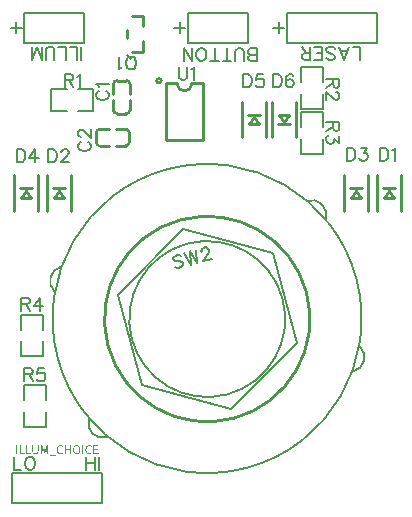
<source format=gto>
G04 Layer: TopSilkscreenLayer*
G04 EasyEDA v6.5.15, 2023-01-26 07:11:18*
G04 bc408e8c05344163a153380a18e2a67f,cd9332c1ef044f0797b2d1e08cb7fb93,10*
G04 Gerber Generator version 0.2*
G04 Scale: 100 percent, Rotated: No, Reflected: No *
G04 Dimensions in millimeters *
G04 leading zeros omitted , absolute positions ,4 integer and 5 decimal *
%FSLAX45Y45*%
%MOMM*%

%ADD10C,0.1520*%
%ADD11C,0.1524*%
%ADD12C,0.2540*%
%ADD13C,0.2030*%
%ADD14C,0.2032*%
%ADD15C,0.1519*%
%ADD16C,0.2499*%
%ADD17C,0.0190*%

%LPD*%
G36*
X663956Y-3861308D02*
G01*
X657148Y-3861968D01*
X650951Y-3864000D01*
X645414Y-3867251D01*
X640638Y-3871671D01*
X636778Y-3877208D01*
X633882Y-3883812D01*
X632053Y-3891381D01*
X631444Y-3899915D01*
X632053Y-3908399D01*
X633882Y-3915968D01*
X636727Y-3922522D01*
X640588Y-3928059D01*
X645261Y-3932428D01*
X650748Y-3935628D01*
X656844Y-3937609D01*
X663448Y-3938270D01*
X670255Y-3937558D01*
X676198Y-3935526D01*
X681431Y-3932174D01*
X686054Y-3927601D01*
X681482Y-3922268D01*
X677722Y-3925976D01*
X673557Y-3928668D01*
X669036Y-3930345D01*
X663956Y-3930904D01*
X658723Y-3930345D01*
X653999Y-3928719D01*
X649935Y-3926027D01*
X646480Y-3922420D01*
X643737Y-3917899D01*
X641756Y-3912565D01*
X640486Y-3906469D01*
X640080Y-3899662D01*
X640537Y-3892854D01*
X641807Y-3886758D01*
X643890Y-3881475D01*
X646734Y-3877005D01*
X650189Y-3873449D01*
X654354Y-3870858D01*
X659028Y-3869232D01*
X664210Y-3868674D01*
X668731Y-3869182D01*
X672795Y-3870604D01*
X676452Y-3872839D01*
X679704Y-3875786D01*
X684276Y-3870451D01*
X680567Y-3866997D01*
X675944Y-3864051D01*
X670356Y-3862070D01*
G37*
G36*
X800608Y-3861308D02*
G01*
X794004Y-3861968D01*
X787958Y-3863949D01*
X782624Y-3867150D01*
X778002Y-3871518D01*
X774242Y-3876954D01*
X771448Y-3883507D01*
X769721Y-3890975D01*
X769112Y-3899408D01*
X777748Y-3899408D01*
X778154Y-3892702D01*
X779373Y-3886657D01*
X781354Y-3881424D01*
X784047Y-3877005D01*
X787349Y-3873449D01*
X791260Y-3870807D01*
X795680Y-3869232D01*
X800608Y-3868674D01*
X805535Y-3869232D01*
X809955Y-3870807D01*
X813866Y-3873449D01*
X817168Y-3877005D01*
X819861Y-3881424D01*
X821842Y-3886657D01*
X823061Y-3892702D01*
X823468Y-3899408D01*
X823061Y-3906316D01*
X821842Y-3912463D01*
X819861Y-3917848D01*
X817168Y-3922420D01*
X813866Y-3926027D01*
X809955Y-3928719D01*
X805535Y-3930345D01*
X800608Y-3930904D01*
X795680Y-3930345D01*
X791260Y-3928719D01*
X787349Y-3926027D01*
X784047Y-3922420D01*
X781354Y-3917848D01*
X779373Y-3912463D01*
X778154Y-3906316D01*
X777748Y-3899408D01*
X769112Y-3899408D01*
X769721Y-3907942D01*
X771448Y-3915562D01*
X774242Y-3922217D01*
X778002Y-3927805D01*
X782624Y-3932275D01*
X787958Y-3935577D01*
X794004Y-3937558D01*
X800608Y-3938270D01*
X807262Y-3937558D01*
X813358Y-3935577D01*
X818743Y-3932275D01*
X823315Y-3927805D01*
X827024Y-3922217D01*
X829767Y-3915562D01*
X831494Y-3907942D01*
X832103Y-3899408D01*
X831494Y-3890975D01*
X829767Y-3883507D01*
X827024Y-3876954D01*
X823315Y-3871518D01*
X818743Y-3867150D01*
X813358Y-3863949D01*
X807262Y-3861968D01*
G37*
G36*
X905764Y-3861308D02*
G01*
X898956Y-3861968D01*
X892759Y-3864000D01*
X887221Y-3867251D01*
X882446Y-3871671D01*
X878586Y-3877208D01*
X875690Y-3883812D01*
X873861Y-3891381D01*
X873252Y-3899915D01*
X873861Y-3908399D01*
X875690Y-3915968D01*
X878535Y-3922522D01*
X882396Y-3928059D01*
X887069Y-3932428D01*
X892556Y-3935628D01*
X898652Y-3937609D01*
X905256Y-3938270D01*
X912063Y-3937558D01*
X918006Y-3935526D01*
X923239Y-3932174D01*
X927862Y-3927601D01*
X923290Y-3922268D01*
X919530Y-3925976D01*
X915365Y-3928668D01*
X910844Y-3930345D01*
X905764Y-3930904D01*
X900531Y-3930345D01*
X895807Y-3928719D01*
X891743Y-3926027D01*
X888288Y-3922420D01*
X885545Y-3917899D01*
X883564Y-3912565D01*
X882294Y-3906469D01*
X881887Y-3899662D01*
X882345Y-3892854D01*
X883615Y-3886758D01*
X885698Y-3881475D01*
X888542Y-3877005D01*
X891997Y-3873449D01*
X896162Y-3870858D01*
X900836Y-3869232D01*
X906018Y-3868674D01*
X910539Y-3869182D01*
X914603Y-3870604D01*
X918260Y-3872839D01*
X921512Y-3875786D01*
X926084Y-3870451D01*
X922375Y-3866997D01*
X917752Y-3864051D01*
X912164Y-3862070D01*
G37*
G36*
X289814Y-3862578D02*
G01*
X289814Y-3937000D01*
X298196Y-3937000D01*
X298196Y-3862578D01*
G37*
G36*
X319024Y-3862578D02*
G01*
X319024Y-3937000D01*
X360172Y-3937000D01*
X360172Y-3929887D01*
X327406Y-3929887D01*
X327406Y-3862578D01*
G37*
G36*
X373380Y-3862578D02*
G01*
X373380Y-3937000D01*
X414782Y-3937000D01*
X414782Y-3929887D01*
X381762Y-3929887D01*
X381762Y-3862578D01*
G37*
G36*
X424434Y-3862578D02*
G01*
X424434Y-3906774D01*
X424942Y-3914901D01*
X426466Y-3921658D01*
X428904Y-3927144D01*
X432104Y-3931361D01*
X436016Y-3934510D01*
X440486Y-3936695D01*
X445465Y-3937863D01*
X450850Y-3938270D01*
X456133Y-3937863D01*
X461060Y-3936695D01*
X465480Y-3934510D01*
X469341Y-3931361D01*
X472541Y-3927144D01*
X474980Y-3921658D01*
X476504Y-3914901D01*
X477012Y-3906774D01*
X477012Y-3862578D01*
X469138Y-3862578D01*
X469138Y-3907028D01*
X468782Y-3913327D01*
X467664Y-3918458D01*
X465988Y-3922623D01*
X463702Y-3925824D01*
X461009Y-3928160D01*
X457911Y-3929735D01*
X454456Y-3930650D01*
X450850Y-3930904D01*
X443839Y-3929735D01*
X438099Y-3925824D01*
X434238Y-3918458D01*
X432816Y-3907028D01*
X432816Y-3862578D01*
G37*
G36*
X497585Y-3862578D02*
G01*
X497585Y-3937000D01*
X505206Y-3937000D01*
X505104Y-3888943D01*
X504190Y-3872484D01*
X504443Y-3872484D01*
X525018Y-3929379D01*
X530860Y-3929379D01*
X545338Y-3889248D01*
X551180Y-3872484D01*
X551688Y-3872484D01*
X550976Y-3883355D01*
X550672Y-3894074D01*
X550672Y-3937000D01*
X558546Y-3937000D01*
X558546Y-3862578D01*
X548132Y-3862578D01*
X532333Y-3907231D01*
X528320Y-3919220D01*
X527812Y-3919220D01*
X523798Y-3907231D01*
X508000Y-3862578D01*
G37*
G36*
X700278Y-3862578D02*
G01*
X700278Y-3937000D01*
X708660Y-3937000D01*
X708660Y-3901440D01*
X744474Y-3901440D01*
X744474Y-3937000D01*
X752856Y-3937000D01*
X752856Y-3862578D01*
X744474Y-3862578D01*
X744474Y-3894074D01*
X708660Y-3894074D01*
X708660Y-3862578D01*
G37*
G36*
X848360Y-3862578D02*
G01*
X848360Y-3937000D01*
X856996Y-3937000D01*
X856996Y-3862578D01*
G37*
G36*
X942086Y-3862578D02*
G01*
X942086Y-3937000D01*
X985519Y-3937000D01*
X985519Y-3929887D01*
X950468Y-3929887D01*
X950468Y-3901440D01*
X978916Y-3901440D01*
X978916Y-3894328D01*
X950468Y-3894328D01*
X950468Y-3869690D01*
X984503Y-3869690D01*
X984503Y-3862578D01*
G37*
G36*
X570230Y-3945128D02*
G01*
X570230Y-3950970D01*
X624078Y-3950970D01*
X624078Y-3945128D01*
G37*
D10*
X266700Y-3961384D02*
G01*
X266700Y-4070350D01*
X266700Y-4070350D02*
G01*
X328929Y-4070350D01*
X394462Y-3961384D02*
G01*
X384047Y-3966463D01*
X373634Y-3976878D01*
X368554Y-3987292D01*
X363220Y-4003039D01*
X363220Y-4028947D01*
X368554Y-4044442D01*
X373634Y-4054855D01*
X384047Y-4065270D01*
X394462Y-4070350D01*
X415289Y-4070350D01*
X425704Y-4065270D01*
X436118Y-4054855D01*
X441197Y-4044442D01*
X446531Y-4028947D01*
X446531Y-4003039D01*
X441197Y-3987292D01*
X436118Y-3976878D01*
X425704Y-3966463D01*
X415289Y-3961384D01*
X394462Y-3961384D01*
X880871Y-3961384D02*
G01*
X880871Y-4070350D01*
X953515Y-3961384D02*
G01*
X953515Y-4070350D01*
X880871Y-4013200D02*
G01*
X953515Y-4013200D01*
X987805Y-3961384D02*
G01*
X987805Y-4070350D01*
X288036Y-281178D02*
G01*
X288036Y-374650D01*
X241300Y-327913D02*
G01*
X334771Y-327913D01*
X1672336Y-281178D02*
G01*
X1672336Y-374650D01*
X1625600Y-327913D02*
G01*
X1719071Y-327913D01*
X2510536Y-281178D02*
G01*
X2510536Y-374650D01*
X2463800Y-327913D02*
G01*
X2557272Y-327913D01*
D11*
X292100Y-1357884D02*
G01*
X292100Y-1466850D01*
X292100Y-1357884D02*
G01*
X328421Y-1357884D01*
X344170Y-1362963D01*
X354329Y-1373378D01*
X359663Y-1383792D01*
X364744Y-1399539D01*
X364744Y-1425447D01*
X359663Y-1440942D01*
X354329Y-1451355D01*
X344170Y-1461770D01*
X328421Y-1466850D01*
X292100Y-1466850D01*
X451104Y-1357884D02*
G01*
X399034Y-1430528D01*
X477012Y-1430528D01*
X451104Y-1357884D02*
G01*
X451104Y-1466850D01*
X2209800Y-722884D02*
G01*
X2209800Y-831850D01*
X2209800Y-722884D02*
G01*
X2246122Y-722884D01*
X2261870Y-727963D01*
X2272029Y-738378D01*
X2277363Y-748792D01*
X2282443Y-764539D01*
X2282443Y-790447D01*
X2277363Y-805942D01*
X2272029Y-816355D01*
X2261870Y-826770D01*
X2246122Y-831850D01*
X2209800Y-831850D01*
X2379218Y-722884D02*
G01*
X2327147Y-722884D01*
X2322068Y-769620D01*
X2327147Y-764539D01*
X2342895Y-759205D01*
X2358390Y-759205D01*
X2373884Y-764539D01*
X2384297Y-774700D01*
X2389631Y-790447D01*
X2389631Y-800862D01*
X2384297Y-816355D01*
X2373884Y-826770D01*
X2358390Y-831850D01*
X2342895Y-831850D01*
X2327147Y-826770D01*
X2322068Y-821689D01*
X2316734Y-811276D01*
X2463800Y-722884D02*
G01*
X2463800Y-831850D01*
X2463800Y-722884D02*
G01*
X2500122Y-722884D01*
X2515870Y-727963D01*
X2526029Y-738378D01*
X2531363Y-748792D01*
X2536443Y-764539D01*
X2536443Y-790447D01*
X2531363Y-805942D01*
X2526029Y-816355D01*
X2515870Y-826770D01*
X2500122Y-831850D01*
X2463800Y-831850D01*
X2633218Y-738378D02*
G01*
X2627884Y-727963D01*
X2612390Y-722884D01*
X2601975Y-722884D01*
X2586481Y-727963D01*
X2576068Y-743712D01*
X2570734Y-769620D01*
X2570734Y-795528D01*
X2576068Y-816355D01*
X2586481Y-826770D01*
X2601975Y-831850D01*
X2607309Y-831850D01*
X2622804Y-826770D01*
X2633218Y-816355D01*
X2638297Y-800862D01*
X2638297Y-795528D01*
X2633218Y-780034D01*
X2622804Y-769620D01*
X2607309Y-764539D01*
X2601975Y-764539D01*
X2586481Y-769620D01*
X2576068Y-780034D01*
X2570734Y-795528D01*
X3023615Y-761908D02*
G01*
X2914650Y-761908D01*
X3023615Y-761908D02*
G01*
X3023615Y-808644D01*
X3018536Y-824392D01*
X3013202Y-829472D01*
X3002788Y-834806D01*
X2992374Y-834806D01*
X2981959Y-829472D01*
X2976879Y-824392D01*
X2971800Y-808644D01*
X2971800Y-761908D01*
X2971800Y-798484D02*
G01*
X2914650Y-834806D01*
X2997708Y-874176D02*
G01*
X3002788Y-874176D01*
X3013202Y-879510D01*
X3018536Y-884590D01*
X3023615Y-895004D01*
X3023615Y-915832D01*
X3018536Y-926246D01*
X3013202Y-931326D01*
X3002788Y-936660D01*
X2992374Y-936660D01*
X2981959Y-931326D01*
X2966465Y-920912D01*
X2914650Y-869096D01*
X2914650Y-941740D01*
X3023615Y-1130300D02*
G01*
X2914650Y-1130300D01*
X3023615Y-1130300D02*
G01*
X3023615Y-1177036D01*
X3018536Y-1192529D01*
X3013202Y-1197863D01*
X3002788Y-1202944D01*
X2992374Y-1202944D01*
X2981959Y-1197863D01*
X2976879Y-1192529D01*
X2971800Y-1177036D01*
X2971800Y-1130300D01*
X2971800Y-1166621D02*
G01*
X2914650Y-1202944D01*
X3023615Y-1247647D02*
G01*
X3023615Y-1304797D01*
X2981959Y-1273810D01*
X2981959Y-1289304D01*
X2976879Y-1299718D01*
X2971800Y-1304797D01*
X2956052Y-1310131D01*
X2945638Y-1310131D01*
X2930143Y-1304797D01*
X2919729Y-1294384D01*
X2914650Y-1278889D01*
X2914650Y-1263395D01*
X2919729Y-1247647D01*
X2924809Y-1242568D01*
X2935224Y-1237234D01*
X330200Y-2615184D02*
G01*
X330200Y-2724150D01*
X330200Y-2615184D02*
G01*
X376936Y-2615184D01*
X392429Y-2620263D01*
X397763Y-2625597D01*
X402844Y-2636012D01*
X402844Y-2646426D01*
X397763Y-2656839D01*
X392429Y-2661920D01*
X376936Y-2667000D01*
X330200Y-2667000D01*
X366521Y-2667000D02*
G01*
X402844Y-2724150D01*
X489204Y-2615184D02*
G01*
X437134Y-2687828D01*
X515112Y-2687828D01*
X489204Y-2615184D02*
G01*
X489204Y-2724150D01*
X355600Y-3212084D02*
G01*
X355600Y-3321050D01*
X355600Y-3212084D02*
G01*
X402336Y-3212084D01*
X417829Y-3217163D01*
X423163Y-3222497D01*
X428244Y-3232912D01*
X428244Y-3243326D01*
X423163Y-3253739D01*
X417829Y-3258820D01*
X402336Y-3263900D01*
X355600Y-3263900D01*
X391921Y-3263900D02*
G01*
X428244Y-3321050D01*
X525018Y-3212084D02*
G01*
X472947Y-3212084D01*
X467868Y-3258820D01*
X472947Y-3253739D01*
X488695Y-3248405D01*
X504189Y-3248405D01*
X519684Y-3253739D01*
X530097Y-3263900D01*
X535431Y-3279647D01*
X535431Y-3290062D01*
X530097Y-3305555D01*
X519684Y-3315970D01*
X504189Y-3321050D01*
X488695Y-3321050D01*
X472947Y-3315970D01*
X467868Y-3310889D01*
X462534Y-3300476D01*
X2324100Y-610615D02*
G01*
X2324100Y-501650D01*
X2324100Y-610615D02*
G01*
X2277363Y-610615D01*
X2261870Y-605536D01*
X2256536Y-600202D01*
X2251456Y-589787D01*
X2251456Y-579373D01*
X2256536Y-568960D01*
X2261870Y-563879D01*
X2277363Y-558800D01*
X2324100Y-558800D02*
G01*
X2277363Y-558800D01*
X2261870Y-553465D01*
X2256536Y-548386D01*
X2251456Y-537971D01*
X2251456Y-522223D01*
X2256536Y-511810D01*
X2261870Y-506729D01*
X2277363Y-501650D01*
X2324100Y-501650D01*
X2217165Y-610615D02*
G01*
X2217165Y-532637D01*
X2211831Y-517144D01*
X2201418Y-506729D01*
X2185924Y-501650D01*
X2175509Y-501650D01*
X2160015Y-506729D01*
X2149602Y-517144D01*
X2144268Y-532637D01*
X2144268Y-610615D01*
X2073656Y-610615D02*
G01*
X2073656Y-501650D01*
X2109977Y-610615D02*
G01*
X2037334Y-610615D01*
X1966722Y-610615D02*
G01*
X1966722Y-501650D01*
X2003043Y-610615D02*
G01*
X1930400Y-610615D01*
X1864868Y-610615D02*
G01*
X1875281Y-605536D01*
X1885695Y-595121D01*
X1890776Y-584707D01*
X1896110Y-568960D01*
X1896110Y-543052D01*
X1890776Y-527557D01*
X1885695Y-517144D01*
X1875281Y-506729D01*
X1864868Y-501650D01*
X1844039Y-501650D01*
X1833626Y-506729D01*
X1823212Y-517144D01*
X1818131Y-527557D01*
X1812797Y-543052D01*
X1812797Y-568960D01*
X1818131Y-584707D01*
X1823212Y-595121D01*
X1833626Y-605536D01*
X1844039Y-610615D01*
X1864868Y-610615D01*
X1778507Y-610615D02*
G01*
X1778507Y-501650D01*
X1778507Y-610615D02*
G01*
X1705863Y-501650D01*
X1705863Y-610615D02*
G01*
X1705863Y-501650D01*
X838200Y-597915D02*
G01*
X838200Y-488950D01*
X803910Y-597915D02*
G01*
X803910Y-488950D01*
X803910Y-488950D02*
G01*
X741679Y-488950D01*
X707389Y-597915D02*
G01*
X707389Y-488950D01*
X707389Y-488950D02*
G01*
X644905Y-488950D01*
X610615Y-597915D02*
G01*
X610615Y-519937D01*
X605536Y-504444D01*
X595121Y-494029D01*
X579373Y-488950D01*
X568960Y-488950D01*
X553465Y-494029D01*
X543052Y-504444D01*
X537971Y-519937D01*
X537971Y-597915D01*
X503681Y-597915D02*
G01*
X503681Y-488950D01*
X503681Y-597915D02*
G01*
X462026Y-488950D01*
X420370Y-597915D02*
G01*
X462026Y-488950D01*
X420370Y-597915D02*
G01*
X420370Y-488950D01*
X3200400Y-597915D02*
G01*
X3200400Y-488950D01*
X3200400Y-488950D02*
G01*
X3138170Y-488950D01*
X3062224Y-597915D02*
G01*
X3103879Y-488950D01*
X3062224Y-597915D02*
G01*
X3020568Y-488950D01*
X3088131Y-525271D02*
G01*
X3036315Y-525271D01*
X2913634Y-582421D02*
G01*
X2924047Y-592836D01*
X2939541Y-597915D01*
X2960370Y-597915D01*
X2975863Y-592836D01*
X2986277Y-582421D01*
X2986277Y-572007D01*
X2981197Y-561594D01*
X2975863Y-556260D01*
X2965450Y-551179D01*
X2934461Y-540765D01*
X2924047Y-535686D01*
X2918713Y-530352D01*
X2913634Y-519937D01*
X2913634Y-504444D01*
X2924047Y-494029D01*
X2939541Y-488950D01*
X2960370Y-488950D01*
X2975863Y-494029D01*
X2986277Y-504444D01*
X2879343Y-597915D02*
G01*
X2879343Y-488950D01*
X2879343Y-597915D02*
G01*
X2811779Y-597915D01*
X2879343Y-546100D02*
G01*
X2837688Y-546100D01*
X2879343Y-488950D02*
G01*
X2811779Y-488950D01*
X2777490Y-597915D02*
G01*
X2777490Y-488950D01*
X2777490Y-597915D02*
G01*
X2730754Y-597915D01*
X2715259Y-592836D01*
X2709925Y-587502D01*
X2704845Y-577087D01*
X2704845Y-566673D01*
X2709925Y-556260D01*
X2715259Y-551179D01*
X2730754Y-546100D01*
X2777490Y-546100D01*
X2741168Y-546100D02*
G01*
X2704845Y-488950D01*
X990092Y-861821D02*
G01*
X979678Y-867155D01*
X969263Y-877570D01*
X964184Y-887729D01*
X964184Y-908557D01*
X969263Y-918971D01*
X979678Y-929386D01*
X990092Y-934720D01*
X1005839Y-939800D01*
X1031747Y-939800D01*
X1047242Y-934720D01*
X1057655Y-929386D01*
X1068070Y-918971D01*
X1073150Y-908557D01*
X1073150Y-887729D01*
X1068070Y-877570D01*
X1057655Y-867155D01*
X1047242Y-861821D01*
X985012Y-827531D02*
G01*
X979678Y-817118D01*
X964184Y-801623D01*
X1073150Y-801623D01*
X837692Y-1293621D02*
G01*
X827278Y-1298955D01*
X816863Y-1309370D01*
X811784Y-1319529D01*
X811784Y-1340357D01*
X816863Y-1350771D01*
X827278Y-1361186D01*
X837692Y-1366520D01*
X853439Y-1371600D01*
X879347Y-1371600D01*
X894842Y-1366520D01*
X905255Y-1361186D01*
X915670Y-1350771D01*
X920750Y-1340357D01*
X920750Y-1319529D01*
X915670Y-1309370D01*
X905255Y-1298955D01*
X894842Y-1293621D01*
X837692Y-1254252D02*
G01*
X832612Y-1254252D01*
X822197Y-1248918D01*
X816863Y-1243837D01*
X811784Y-1233423D01*
X811784Y-1212595D01*
X816863Y-1202181D01*
X822197Y-1197102D01*
X832612Y-1191768D01*
X843026Y-1191768D01*
X853439Y-1197102D01*
X868934Y-1207515D01*
X920750Y-1259331D01*
X920750Y-1186687D01*
X3365500Y-1345184D02*
G01*
X3365500Y-1454150D01*
X3365500Y-1345184D02*
G01*
X3401822Y-1345184D01*
X3417570Y-1350263D01*
X3427729Y-1360678D01*
X3433063Y-1371092D01*
X3438143Y-1386839D01*
X3438143Y-1412747D01*
X3433063Y-1428242D01*
X3427729Y-1438655D01*
X3417570Y-1449070D01*
X3401822Y-1454150D01*
X3365500Y-1454150D01*
X3472434Y-1366012D02*
G01*
X3482847Y-1360678D01*
X3498595Y-1345184D01*
X3498595Y-1454150D01*
X558800Y-1357884D02*
G01*
X558800Y-1466850D01*
X558800Y-1357884D02*
G01*
X595121Y-1357884D01*
X610870Y-1362963D01*
X621029Y-1373378D01*
X626363Y-1383792D01*
X631444Y-1399539D01*
X631444Y-1425447D01*
X626363Y-1440942D01*
X621029Y-1451355D01*
X610870Y-1461770D01*
X595121Y-1466850D01*
X558800Y-1466850D01*
X671068Y-1383792D02*
G01*
X671068Y-1378712D01*
X676147Y-1368297D01*
X681481Y-1362963D01*
X691895Y-1357884D01*
X712470Y-1357884D01*
X722884Y-1362963D01*
X728218Y-1368297D01*
X733297Y-1378712D01*
X733297Y-1389126D01*
X728218Y-1399539D01*
X717804Y-1415034D01*
X665734Y-1466850D01*
X738631Y-1466850D01*
X3086100Y-1345184D02*
G01*
X3086100Y-1454150D01*
X3086100Y-1345184D02*
G01*
X3122422Y-1345184D01*
X3138170Y-1350263D01*
X3148329Y-1360678D01*
X3153663Y-1371092D01*
X3158743Y-1386839D01*
X3158743Y-1412747D01*
X3153663Y-1428242D01*
X3148329Y-1438655D01*
X3138170Y-1449070D01*
X3122422Y-1454150D01*
X3086100Y-1454150D01*
X3203447Y-1345184D02*
G01*
X3260597Y-1345184D01*
X3229609Y-1386839D01*
X3245104Y-1386839D01*
X3255518Y-1391920D01*
X3260597Y-1397000D01*
X3265931Y-1412747D01*
X3265931Y-1423162D01*
X3260597Y-1438655D01*
X3250184Y-1449070D01*
X3234690Y-1454150D01*
X3219195Y-1454150D01*
X3203447Y-1449070D01*
X3198368Y-1443989D01*
X3193034Y-1433576D01*
X1271158Y-681487D02*
G01*
X1281572Y-676407D01*
X1291986Y-665993D01*
X1297320Y-655579D01*
X1302400Y-639831D01*
X1302400Y-613923D01*
X1297320Y-598429D01*
X1291986Y-588015D01*
X1281572Y-577601D01*
X1271158Y-572521D01*
X1250330Y-572521D01*
X1240170Y-577601D01*
X1229756Y-588015D01*
X1224422Y-598429D01*
X1219342Y-613923D01*
X1219342Y-639831D01*
X1224422Y-655579D01*
X1229756Y-665993D01*
X1240170Y-676407D01*
X1250330Y-681487D01*
X1271158Y-681487D01*
X1255664Y-593095D02*
G01*
X1224422Y-562107D01*
X1185052Y-660659D02*
G01*
X1174638Y-665993D01*
X1158890Y-681487D01*
X1158890Y-572521D01*
X698500Y-722884D02*
G01*
X698500Y-831850D01*
X698500Y-722884D02*
G01*
X745236Y-722884D01*
X760729Y-727963D01*
X766063Y-733297D01*
X771144Y-743712D01*
X771144Y-754126D01*
X766063Y-764539D01*
X760729Y-769620D01*
X745236Y-774700D01*
X698500Y-774700D01*
X734821Y-774700D02*
G01*
X771144Y-831850D01*
X805434Y-743712D02*
G01*
X815847Y-738378D01*
X831595Y-722884D01*
X831595Y-831850D01*
X1682633Y-2259677D02*
G01*
X1669877Y-2252314D01*
X1653598Y-2251417D01*
X1633479Y-2256807D01*
X1619826Y-2265725D01*
X1612463Y-2278479D01*
X1615158Y-2288539D01*
X1622760Y-2297282D01*
X1629293Y-2301054D01*
X1640667Y-2303266D01*
X1673539Y-2305240D01*
X1684670Y-2307516D01*
X1691203Y-2311288D01*
X1698805Y-2320033D01*
X1702815Y-2334999D01*
X1695450Y-2347755D01*
X1681800Y-2356670D01*
X1661680Y-2362062D01*
X1645401Y-2361163D01*
X1632645Y-2353800D01*
X1711744Y-2235837D02*
G01*
X1765216Y-2334318D01*
X1762038Y-2222360D02*
G01*
X1765216Y-2334318D01*
X1762038Y-2222360D02*
G01*
X1815266Y-2320907D01*
X1812089Y-2208949D02*
G01*
X1815266Y-2320907D01*
X1857070Y-2223719D02*
G01*
X1855754Y-2218811D01*
X1857966Y-2207437D01*
X1861738Y-2200904D01*
X1870481Y-2193302D01*
X1890600Y-2187912D01*
X1901728Y-2190191D01*
X1908261Y-2193963D01*
X1915863Y-2202705D01*
X1918558Y-2212766D01*
X1916348Y-2224138D01*
X1910298Y-2241801D01*
X1873415Y-2305326D01*
X1943828Y-2286459D01*
X1663700Y-659384D02*
G01*
X1663700Y-737362D01*
X1668779Y-752855D01*
X1679194Y-763270D01*
X1694942Y-768350D01*
X1705355Y-768350D01*
X1720850Y-763270D01*
X1731263Y-752855D01*
X1736344Y-737362D01*
X1736344Y-659384D01*
X1770634Y-680212D02*
G01*
X1781047Y-674878D01*
X1796795Y-659384D01*
X1796795Y-768350D01*
D12*
X468299Y-1577200D02*
G01*
X468299Y-1877199D01*
X368300Y-1709420D02*
G01*
X408939Y-1767839D01*
X408939Y-1767839D02*
G01*
X327660Y-1767839D01*
X327660Y-1767839D02*
G01*
X368300Y-1709420D01*
X268300Y-1877199D02*
G01*
X268300Y-1577200D01*
X419100Y-1686560D02*
G01*
X317500Y-1686560D01*
X2398699Y-954900D02*
G01*
X2398699Y-1254899D01*
X2298700Y-1087120D02*
G01*
X2339340Y-1145539D01*
X2339340Y-1145539D02*
G01*
X2258059Y-1145539D01*
X2258059Y-1145539D02*
G01*
X2298700Y-1087120D01*
X2198700Y-1254899D02*
G01*
X2198700Y-954900D01*
X2349500Y-1064260D02*
G01*
X2247900Y-1064260D01*
X2452700Y-1254899D02*
G01*
X2452700Y-954900D01*
X2552700Y-1122679D02*
G01*
X2512059Y-1064260D01*
X2512059Y-1064260D02*
G01*
X2593340Y-1064260D01*
X2593340Y-1064260D02*
G01*
X2552700Y-1122679D01*
X2652699Y-954900D02*
G01*
X2652699Y-1254899D01*
X2501900Y-1145539D02*
G01*
X2603500Y-1145539D01*
D11*
X2702290Y-885819D02*
G01*
X2702290Y-1014313D01*
X2885709Y-1014313D01*
X2885709Y-885819D01*
X2702290Y-790580D02*
G01*
X2702290Y-662086D01*
X2885709Y-662086D01*
X2885709Y-790580D01*
X2885709Y-1171580D02*
G01*
X2885709Y-1043086D01*
X2702290Y-1043086D01*
X2702290Y-1171580D01*
X2885709Y-1266819D02*
G01*
X2885709Y-1395313D01*
X2702290Y-1395313D01*
X2702290Y-1266819D01*
X510809Y-2886080D02*
G01*
X510809Y-2757586D01*
X327390Y-2757586D01*
X327390Y-2886080D01*
X510809Y-2981319D02*
G01*
X510809Y-3109813D01*
X327390Y-3109813D01*
X327390Y-2981319D01*
X536209Y-3482980D02*
G01*
X536209Y-3354486D01*
X352790Y-3354486D01*
X352790Y-3482980D01*
X536209Y-3578219D02*
G01*
X536209Y-3706713D01*
X352790Y-3706713D01*
X352790Y-3578219D01*
D13*
X1739900Y-457200D02*
G01*
X2057400Y-457200D01*
D14*
X1739900Y-457200D02*
G01*
X1739900Y-203200D01*
X2247900Y-203200D01*
X2247900Y-457200D01*
X2057400Y-457200D01*
D13*
X355600Y-457200D02*
G01*
X673100Y-457200D01*
D14*
X355600Y-457200D02*
G01*
X355600Y-203200D01*
X863600Y-203200D01*
X863600Y-457200D01*
X673100Y-457200D01*
X3149600Y-457200D02*
G01*
X3340100Y-457200D01*
X3340100Y-203200D01*
X2578100Y-203200D01*
X2578100Y-457200D01*
D13*
X2578100Y-457200D02*
G01*
X3149600Y-457200D01*
D12*
X1141122Y-775398D02*
G01*
X1221125Y-775398D01*
X1110137Y-886373D02*
G01*
X1110137Y-806376D01*
X1252103Y-886373D02*
G01*
X1252103Y-806376D01*
X1109555Y-943963D02*
G01*
X1109555Y-1023962D01*
X1140538Y-1054945D02*
G01*
X1220536Y-1054945D01*
X1251516Y-943963D02*
G01*
X1251516Y-1023962D01*
X965898Y-1297277D02*
G01*
X965898Y-1217274D01*
X1076873Y-1328262D02*
G01*
X996876Y-1328262D01*
X1076873Y-1186296D02*
G01*
X996876Y-1186296D01*
X1134463Y-1328844D02*
G01*
X1214462Y-1328844D01*
X1245445Y-1297861D02*
G01*
X1245445Y-1217863D01*
X1134463Y-1186883D02*
G01*
X1214462Y-1186883D01*
X3541699Y-1577200D02*
G01*
X3541699Y-1877199D01*
X3441700Y-1709420D02*
G01*
X3482340Y-1767839D01*
X3482340Y-1767839D02*
G01*
X3401059Y-1767839D01*
X3401059Y-1767839D02*
G01*
X3441700Y-1709420D01*
X3341700Y-1877199D02*
G01*
X3341700Y-1577200D01*
X3492500Y-1686560D02*
G01*
X3390900Y-1686560D01*
X747699Y-1577200D02*
G01*
X747699Y-1877199D01*
X647700Y-1709420D02*
G01*
X688339Y-1767839D01*
X688339Y-1767839D02*
G01*
X607060Y-1767839D01*
X607060Y-1767839D02*
G01*
X647700Y-1709420D01*
X547700Y-1877199D02*
G01*
X547700Y-1577200D01*
X698500Y-1686560D02*
G01*
X596900Y-1686560D01*
X3262299Y-1577200D02*
G01*
X3262299Y-1877199D01*
X3162300Y-1709420D02*
G01*
X3202940Y-1767839D01*
X3202940Y-1767839D02*
G01*
X3121659Y-1767839D01*
X3121659Y-1767839D02*
G01*
X3162300Y-1709420D01*
X3062300Y-1877199D02*
G01*
X3062300Y-1577200D01*
X3213100Y-1686560D02*
G01*
X3111500Y-1686560D01*
X1365399Y-444599D02*
G01*
X1365399Y-530999D01*
X1365399Y-530999D02*
G01*
X1265397Y-530999D01*
X1225400Y-349603D02*
G01*
X1225400Y-412396D01*
X1365399Y-231000D02*
G01*
X1365399Y-317400D01*
X1365399Y-231000D02*
G01*
X1265397Y-231000D01*
D11*
X809619Y-1031509D02*
G01*
X938113Y-1031509D01*
X938113Y-848090D01*
X809619Y-848090D01*
X714380Y-1031509D02*
G01*
X585886Y-1031509D01*
X585886Y-848090D01*
X714380Y-848090D01*
D15*
X1701180Y-2033330D02*
G01*
X2460701Y-2237511D01*
X2664495Y-2998081D01*
X2108819Y-3554669D01*
X1349395Y-3350460D01*
X1145603Y-2589890D01*
X1701180Y-2033330D01*
D14*
X444500Y-4102100D02*
G01*
X254000Y-4102100D01*
X254000Y-4356100D01*
X1016000Y-4356100D01*
X1016000Y-4102100D01*
D13*
X1016000Y-4102100D02*
G01*
X444500Y-4102100D01*
D12*
X1554479Y-800100D02*
G01*
X1554479Y-1282700D01*
X1869439Y-1282700D01*
X1869439Y-800100D01*
X1869439Y-800100D02*
G01*
X1775460Y-800100D01*
X1648460Y-800100D02*
G01*
X1554479Y-800100D01*
G75*
G01*
X1140539Y-1054951D02*
G02*
X1109556Y-1023968I0J30983D01*
G75*
G01*
X1251522Y-1023968D02*
G02*
X1220536Y-1054951I-30983J0D01*
G75*
G01*
X1110137Y-806381D02*
G02*
X1141123Y-775399I30983J0D01*
G75*
G01*
X1221120Y-775399D02*
G02*
X1252103Y-806381I0J-30982D01*
G75*
G01*
X1245451Y-1297861D02*
G02*
X1214468Y-1328844I-30983J0D01*
G75*
G01*
X1214468Y-1186878D02*
G02*
X1245451Y-1217864I0J-30983D01*
G75*
G01*
X996881Y-1328263D02*
G02*
X965899Y-1297277I0J30983D01*
G75*
G01*
X965899Y-1217280D02*
G02*
X996881Y-1186297I30982J0D01*
D16*
G75*
G01*
X2745257Y-2568854D02*
G03*
X2745494Y-2569736I-840126J-225636D01*
D15*
G75*
G01*
X3168528Y-2455438D02*
G03*
X3168645Y-2455880I-1264594J-334555D01*
G75*
G01*
X902546Y-3635939D02*
G03*
X1063518Y-3794681I120464J-38832D01*
G75*
G01*
X675785Y-2347636D02*
G03*
X615737Y-2566335I25392J-124565D01*
G75*
G01*
X2907505Y-1952257D02*
G03*
X2746527Y-1793098I-120749J38860D01*
G75*
G01*
X2542799Y-2623101D02*
G03*
X2542977Y-2623764I-637670J-171378D01*
G75*
G01*
X3134314Y-3240339D02*
G03*
X3194362Y-3021637I-25390J124566D01*
D12*
G75*
G01*
X1775460Y-800100D02*
G02*
X1648460Y-800100I-63500J0D01*
G75*
G01
X1515110Y-777240D02*
G03X1515110Y-777240I-19050J0D01*
M02*

</source>
